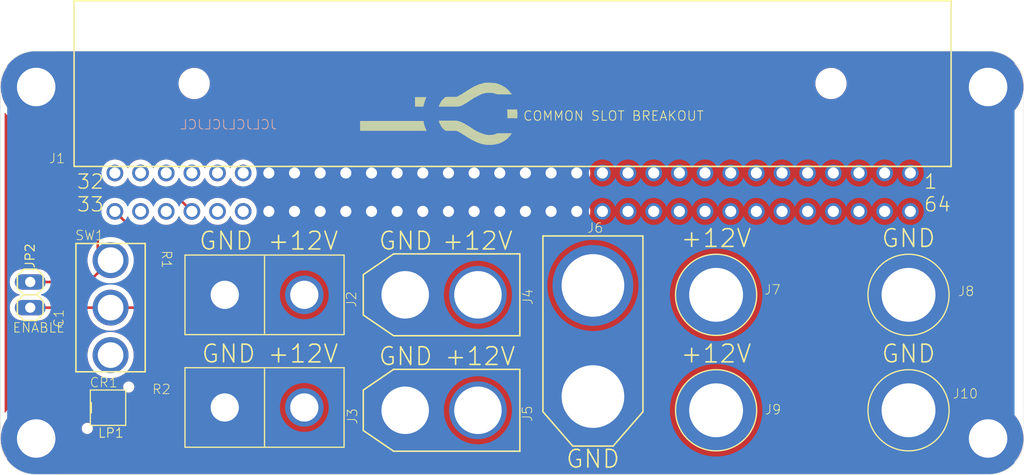
<source format=kicad_pcb>
(kicad_pcb (version 20240108) (generator "pcbnew") (generator_version "8.0")
  (layers (0 "F.Cu" signal) (31 "B.Cu" signal) (34 "B.Paste" user) (35 "F.Paste" user) (36 "B.SilkS" user "B.Silkscreen") (37 "F.SilkS" user "F.Silkscreen") (38 "B.Mask" user) (39 "F.Mask" user) (44 "Edge.Cuts" user))
  (net 0 "")
  (net 1 "GND")
  (net 2 "+12V")
  (net 3 "N$2")
  (net 4 "N$1")
  (net 5 "N$3")
  (net 6 "27")
  (net 7 "28")
  (net 8 "29")
  (net 9 "30")
  (net 10 "31")
  (net 11 "34")
  (net 12 "35")
  (net 13 "36")
  (net 14 "38")
  (net 15 "32")
  (net 16 "37")
  (footprint "Common_slot2:APP" (layer "F.Cu") (at 123.9901 108.1786 180)
    (property "Reference" "J2" (at -8.0518 0.4064 90) (layer "F.SilkS") (effects (font (size 0.941222 0.941222) (thickness 0.074778)) (justify right top)))
    (property "Value" "2PINANDERSON" (hide yes))
    (pad "P$1" thru_hole circle (at 3.937 0 180) (size 3.81 3.81) (drill 2.794) (layers "*.Cu" "*.Mask") (net 1 "GND"))
    (pad "P$2" thru_hole circle (at -3.937 0 180) (size 3.81 3.81) (drill 2.794) (layers "*.Cu" "*.Mask") (net 2 "+12V"))
  )
  (footprint "Common_slot2:XT60" (layer "F.Cu") (at 141.5161 119.6086 90)
    (property "Reference" "J5" (at -1.1938 9.0424 90) (layer "F.SilkS") (effects (font (size 0.941222 0.941222) (thickness 0.074778)) (justify left bottom)))
    (property "Value" "XT60" (hide yes))
    (pad "N" thru_hole circle (at 0 -3.6 90) (size 5.716 5.716) (drill 4.7) (layers "*.Cu" "*.Mask") (net 1 "GND"))
    (pad "P" thru_hole circle (at 0 3.6 90) (size 5.716 5.716) (drill 4.7) (layers "*.Cu" "*.Mask") (net 2 "+12V"))
  )
  (footprint "Common_slot2:100SP1T1B1M1QEH" (layer "F.Cu") (at 108.7501 109.4486 180)
    (property "Reference" "SW1" (at 3.556 6.604 0) (layer "F.SilkS") (effects (font (size 0.941222 0.941222) (thickness 0.074778)) (justify left bottom)))
    (property "Value" "100SP1T1B1M1QEH" (hide yes))
    (pad "1" thru_hole circle (at 0 -4.699 180) (size 3.556 3.556) (drill 2.54) (layers "*.Cu" "*.Mask"))
    (pad "2" thru_hole circle (at 0 4.699 180) (size 3.556 3.556) (drill 2.54) (layers "*.Cu" "*.Mask") (net 13 "36"))
    (pad "C" thru_hole circle (at 0 0 180) (size 3.556 3.556) (drill 2.54) (layers "*.Cu" "*.Mask") (net 5 "N$3"))
  )
  (footprint "Common_slot2:BANANA" (layer "F.Cu") (at 187.7441 119.6086)
    (property "Reference" "J10" (at 4.318 -1.0922 0) (layer "F.SilkS") (effects (font (size 0.941222 0.941222) (thickness 0.074778)) (justify left bottom)))
    (property "Value" "BANANA" (hide yes))
    (pad "P$1" thru_hole circle (at 0 0) (size 8.128 8.128) (drill 5.334) (layers "*.Cu" "*.Mask") (net 1 "GND"))
  )
  (footprint "Common_slot2:BANANA" (layer "F.Cu") (at 168.6941 108.1786)
    (property "Reference" "J7" (at 4.7244 0.0508 0) (layer "F.SilkS") (effects (font (size 0.941222 0.941222) (thickness 0.074778)) (justify left bottom)))
    (property "Value" "BANANA" (hide yes))
    (pad "P$1" thru_hole circle (at 0 0) (size 8.128 8.128) (drill 5.334) (layers "*.Cu" "*.Mask") (net 2 "+12V"))
  )
  (footprint "Common_slot2:0603" (layer "F.Cu") (at 113.5761 119.3546)
    (property "Reference" "R2" (at -0.762 -1.27 0) (layer "F.SilkS") (effects (font (size 0.941222 0.941222) (thickness 0.074778)) (justify left bottom)))
    (property "Value" "1k")
    (pad "1" smd rect (at -0.85 0) (size 1.1 1) (layers "F.Cu" "F.Paste" "F.Mask") (net 3 "N$2"))
    (pad "2" smd rect (at 0.85 0) (size 1.1 1) (layers "F.Cu" "F.Paste" "F.Mask") (net 2 "+12V"))
  )
  (footprint "Common_slot2:VLP-XXX-R" (layer "F.Cu") (at 108.4961 119.3546)
    (property "Reference" "LP1" (at -1.048 3.04 0) (layer "F.SilkS") (effects (font (size 0.922528 0.922528) (thickness 0.093472)) (justify left bottom)))
    (property "Value" "VLP-650-R" (hide yes))
    (pad "" np_thru_hole circle (at -2.05 2.05) (size 0.61 0.61) (drill 0.61) (layers "*.Cu" "*.Mask"))
    (pad "" np_thru_hole circle (at 2.05 -2.05) (size 0.61 0.61) (drill 0.61) (layers "*.Cu" "*.Mask"))
  )
  (footprint "Common_slot2:0603" (layer "F.Cu") (at 114.0841 106.9086 -90)
    (property "Reference" "R1" (at -1.27 -0.762 -90) (layer "F.SilkS") (effects (font (size 0.93472 0.93472) (thickness 0.08128)) (justify right top)))
    (property "Value" "sel")
    (pad "1" smd rect (at -0.85 0 270) (size 1.1 1) (layers "F.Cu" "F.Paste" "F.Mask") (net 4 "N$1"))
    (pad "2" smd rect (at 0.85 0 270) (size 1.1 1) (layers "F.Cu" "F.Paste" "F.Mask") (net 5 "N$3"))
  )
  (footprint "Common_slot2:0603" (layer "F.Cu") (at 103.6701 108.1786 90)
    (property "Reference" "C1" (at -3.302 0.508 90) (layer "F.SilkS") (effects (font (size 0.941222 0.941222) (thickness 0.074778)) (justify left bottom)))
    (property "Value" "sel")
    (pad "1" smd rect (at -0.85 0 90) (size 1.1 1) (layers "F.Cu" "F.Paste" "F.Mask") (net 5 "N$3"))
    (pad "2" smd rect (at 0.85 0 90) (size 1.1 1) (layers "F.Cu" "F.Paste" "F.Mask") (net 13 "36"))
  )
  (footprint "Common_slot2:0603_DIODE" (layer "F.Cu") (at 108.4961 119.3546 180)
    (property "Reference" "CR1" (at -1.016 3.048 0) (layer "F.SilkS") (effects (font (size 0.941222 0.941222) (thickness 0.074778)) (justify right top)))
    (property "Value" "RED")
    (pad "A" smd rect (at -0.85 0 180) (size 1.1 1) (layers "F.Cu" "F.Paste" "F.Mask") (net 3 "N$2"))
    (pad "K" smd rect (at 0.85 0 180) (size 1.1 1) (layers "F.Cu" "F.Paste" "F.Mask") (net 1 "GND"))
  )
  (footprint "Common_slot2:1X02_325" (layer "F.Cu") (at 100.7961 108.1786 90)
    (property "Reference" "JP2" (at 5.1562 -0.5512 90) (layer "F.SilkS") (effects (font (size 0.9017 0.9017) (thickness 0.1143)) (justify right top)))
    (property "Value" "")
    (pad "1" thru_hole oval (at -1.27 0 180) (size 3.048 1.524) (drill 1.016) (layers "*.Cu" "*.Mask") (net 5 "N$3"))
    (pad "2" thru_hole oval (at 1.27 0 180) (size 3.048 1.524) (drill 1.016) (layers "*.Cu" "*.Mask") (net 13 "36"))
  )
  (footprint "Common_slot2:BANANA" (layer "F.Cu") (at 168.6941 119.6086)
    (property "Reference" "J9" (at 4.7752 0.4826 0) (layer "F.SilkS") (effects (font (size 0.941222 0.941222) (thickness 0.074778)) (justify left bottom)))
    (property "Value" "BANANA" (hide yes))
    (pad "P$1" thru_hole circle (at 0 0) (size 8.128 8.128) (drill 5.334) (layers "*.Cu" "*.Mask") (net 2 "+12V"))
  )
  (footprint "Common_slot2:THIEF_KNOT" (layer "F.Cu") (at 132.6261 94.9706)
    (property "Reference" "U$1" (hide yes))
    (property "Value" "THIEF_FULL" (hide yes))
  )
  (footprint "Common_slot2:BANANA" (layer "F.Cu") (at 187.7441 108.1786)
    (property "Reference" "J8" (at 4.8514 0.2032 0) (layer "F.SilkS") (effects (font (size 0.941222 0.941222) (thickness 0.074778)) (justify left bottom)))
    (property "Value" "BANANA" (hide yes))
    (pad "P$1" thru_hole circle (at 0 0) (size 8.128 8.128) (drill 5.334) (layers "*.Cu" "*.Mask") (net 1 "GND"))
  )
  (footprint "Common_slot2:10053363-200LF" (layer "F.Cu") (at 148.5481 98.0186)
    (property "Reference" "J1" (at -44.2468 -2.794 0) (layer "F.SilkS") (effects (font (size 0.941222 0.941222) (thickness 0.074778)) (justify right bottom)))
    (property "Value" "10053363-200LF" (hide yes))
    (fp_text user "32\n33" (at -40.386 2.032 0) (layer "F.SilkS") (effects (font (size 1.40208 1.40208) (thickness 0.12192)) (justify right bottom)))
    (fp_text user "1\n64" (at 40.64 2.032 0) (layer "F.SilkS") (effects (font (size 1.40208 1.40208) (thickness 0.12192)) (justify left bottom)))
    (pad "" np_thru_hole circle (at -31.52 -10.76) (size 2.6 2.6) (drill 2.6) (layers "*.Cu" "*.Mask"))
    (pad "" np_thru_hole circle (at 31.52 -10.76) (size 2.6 2.6) (drill 2.6) (layers "*.Cu" "*.Mask"))
    (pad "1" thru_hole circle (at 39.37 -1.9) (size 1.65 1.65) (drill 1.1) (layers "*.Cu" "*.Mask") (net 2 "+12V"))
    (pad "2" thru_hole circle (at 36.83 -1.9) (size 1.65 1.65) (drill 1.1) (layers "*.Cu" "*.Mask") (net 2 "+12V"))
    (pad "3" thru_hole circle (at 34.29 -1.9) (size 1.65 1.65) (drill 1.1) (layers "*.Cu" "*.Mask") (net 2 "+12V"))
    (pad "4" thru_hole circle (at 31.75 -1.9) (size 1.65 1.65) (drill 1.1) (layers "*.Cu" "*.Mask") (net 2 "+12V"))
    (pad "5" thru_hole circle (at 29.21 -1.9) (size 1.65 1.65) (drill 1.1) (layers "*.Cu" "*.Mask") (net 2 "+12V"))
    (pad "6" thru_hole circle (at 26.67 -1.9) (size 1.65 1.65) (drill 1.1) (layers "*.Cu" "*.Mask") (net 2 "+12V"))
    (pad "7" thru_hole circle (at 24.13 -1.9) (size 1.65 1.65) (drill 1.1) (layers "*.Cu" "*.Mask") (net 2 "+12V"))
    (pad "8" thru_hole circle (at 21.59 -1.9) (size 1.65 1.65) (drill 1.1) (layers "*.Cu" "*.Mask") (net 2 "+12V"))
    (pad "9" thru_hole circle (at 19.05 -1.9) (size 1.65 1.65) (drill 1.1) (layers "*.Cu" "*.Mask") (net 2 "+12V"))
    (pad "10" thru_hole circle (at 16.51 -1.9) (size 1.65 1.65) (drill 1.1) (layers "*.Cu" "*.Mask") (net 2 "+12V"))
    (pad "11" thru_hole circle (at 13.97 -1.9) (size 1.65 1.65) (drill 1.1) (layers "*.Cu" "*.Mask") (net 2 "+12V"))
    (pad "12" thru_hole circle (at 11.43 -1.9) (size 1.65 1.65) (drill 1.1) (layers "*.Cu" "*.Mask") (net 2 "+12V"))
    (pad "13" thru_hole circle (at 8.89 -1.9) (size 1.65 1.65) (drill 1.1) (layers "*.Cu" "*.Mask") (net 2 "+12V"))
    (pad "14" thru_hole circle (at 6.35 -1.9) (size 1.65 1.65) (drill 1.1) (layers "*.Cu" "*.Mask") (net 1 "GND"))
    (pad "15" thru_hole circle (at 3.81 -1.9) (size 1.65 1.65) (drill 1.1) (layers "*.Cu" "*.Mask") (net 1 "GND"))
    (pad "16" thru_hole circle (at 1.27 -1.9) (size 1.65 1.65) (drill 1.1) (layers "*.Cu" "*.Mask") (net 1 "GND"))
    (pad "17" thru_hole circle (at -1.27 -1.9) (size 1.65 1.65) (drill 1.1) (layers "*.Cu" "*.Mask") (net 1 "GND"))
    (pad "18" thru_hole circle (at -3.81 -1.9) (size 1.65 1.65) (drill 1.1) (layers "*.Cu" "*.Mask") (net 1 "GND"))
    (pad "19" thru_hole circle (at -6.35 -1.9) (size 1.65 1.65) (drill 1.1) (layers "*.Cu" "*.Mask") (net 1 "GND"))
    (pad "20" thru_hole circle (at -8.89 -1.9) (size 1.65 1.65) (drill 1.1) (layers "*.Cu" "*.Mask") (net 1 "GND"))
    (pad "21" thru_hole circle (at -11.43 -1.9) (size 1.65 1.65) (drill 1.1) (layers "*.Cu" "*.Mask") (net 1 "GND"))
    (pad "22" thru_hole circle (at -13.97 -1.9) (size 1.65 1.65) (drill 1.1) (layers "*.Cu" "*.Mask") (net 1 "GND"))
    (pad "23" thru_hole circle (at -16.51 -1.9) (size 1.65 1.65) (drill 1.1) (layers "*.Cu" "*.Mask") (net 1 "GND"))
    (pad "24" thru_hole circle (at -19.05 -1.9) (size 1.65 1.65) (drill 1.1) (layers "*.Cu" "*.Mask") (net 1 "GND"))
    (pad "25" thru_hole circle (at -21.59 -1.9) (size 1.65 1.65) (drill 1.1) (layers "*.Cu" "*.Mask") (net 1 "GND"))
    (pad "26" thru_hole circle (at -24.13 -1.9) (size 1.65 1.65) (drill 1.1) (layers "*.Cu" "*.Mask") (net 1 "GND"))
    (pad "27" thru_hole circle (at -26.67 -1.9) (size 1.65 1.65) (drill 1.1) (layers "*.Cu" "*.Mask") (net 6 "27"))
    (pad "28" thru_hole circle (at -29.21 -1.9) (size 1.65 1.65) (drill 1.1) (layers "*.Cu" "*.Mask") (net 7 "28"))
    (pad "29" thru_hole circle (at -31.75 -1.9) (size 1.65 1.65) (drill 1.1) (layers "*.Cu" "*.Mask") (net 8 "29"))
    (pad "30" thru_hole circle (at -34.29 -1.9) (size 1.65 1.65) (drill 1.1) (layers "*.Cu" "*.Mask") (net 9 "30"))
    (pad "31" thru_hole circle (at -36.83 -1.9) (size 1.65 1.65) (drill 1.1) (layers "*.Cu" "*.Mask") (net 10 "31"))
    (pad "32" thru_hole circle (at -39.37 -1.9) (size 1.65 1.65) (drill 1.1) (layers "*.Cu" "*.Mask") (net 15 "32"))
    (pad "33" thru_hole circle (at -39.37 1.9) (size 1.65 1.65) (drill 1.1) (layers "*.Cu" "*.Mask") (net 4 "N$1"))
    (pad "34" thru_hole circle (at -36.83 1.9) (size 1.65 1.65) (drill 1.1) (layers "*.Cu" "*.Mask") (net 11 "34"))
    (pad "35" thru_hole circle (at -34.29 1.9) (size 1.65 1.65) (drill 1.1) (layers "*.Cu" "*.Mask") (net 12 "35"))
    (pad "36" thru_hole circle (at -31.75 1.9) (size 1.65 1.65) (drill 1.1) (layers "*.Cu" "*.Mask") (net 13 "36"))
    (pad "37" thru_hole circle (at -29.21 1.9) (size 1.65 1.65) (drill 1.1) (layers "*.Cu" "*.Mask") (net 16 "37"))
    (pad "38" thru_hole circle (at -26.67 1.9) (size 1.65 1.65) (drill 1.1) (layers "*.Cu" "*.Mask") (net 14 "38"))
    (pad "39" thru_hole circle (at -24.13 1.9) (size 1.65 1.65) (drill 1.1) (layers "*.Cu" "*.Mask") (net 1 "GND"))
    (pad "40" thru_hole circle (at -21.59 1.9) (size 1.65 1.65) (drill 1.1) (layers "*.Cu" "*.Mask") (net 1 "GND"))
    (pad "41" thru_hole circle (at -19.05 1.9) (size 1.65 1.65) (drill 1.1) (layers "*.Cu" "*.Mask") (net 1 "GND"))
    (pad "42" thru_hole circle (at -16.51 1.9) (size 1.65 1.65) (drill 1.1) (layers "*.Cu" "*.Mask") (net 1 "GND"))
    (pad "43" thru_hole circle (at -13.97 1.9) (size 1.65 1.65) (drill 1.1) (layers "*.Cu" "*.Mask") (net 1 "GND"))
    (pad "44" thru_hole circle (at -11.43 1.9) (size 1.65 1.65) (drill 1.1) (layers "*.Cu" "*.Mask") (net 1 "GND"))
    (pad "45" thru_hole circle (at -8.89 1.9) (size 1.65 1.65) (drill 1.1) (layers "*.Cu" "*.Mask") (net 1 "GND"))
    (pad "46" thru_hole circle (at -6.35 1.9) (size 1.65 1.65) (drill 1.1) (layers "*.Cu" "*.Mask") (net 1 "GND"))
    (pad "47" thru_hole circle (at -3.81 1.9) (size 1.65 1.65) (drill 1.1) (layers "*.Cu" "*.Mask") (net 1 "GND"))
    (pad "48" thru_hole circle (at -1.27 1.9) (size 1.65 1.65) (drill 1.1) (layers "*.Cu" "*.Mask") (net 1 "GND"))
    (pad "49" thru_hole circle (at 1.27 1.9) (size 1.65 1.65) (drill 1.1) (layers "*.Cu" "*.Mask") (net 1 "GND"))
    (pad "50" thru_hole circle (at 3.81 1.9) (size 1.65 1.65) (drill 1.1) (layers "*.Cu" "*.Mask") (net 1 "GND"))
    (pad "51" thru_hole circle (at 6.35 1.9) (size 1.65 1.65) (drill 1.1) (layers "*.Cu" "*.Mask") (net 1 "GND"))
    (pad "52" thru_hole circle (at 8.89 1.9) (size 1.65 1.65) (drill 1.1) (layers "*.Cu" "*.Mask") (net 2 "+12V"))
    (pad "53" thru_hole circle (at 11.43 1.9) (size 1.65 1.65) (drill 1.1) (layers "*.Cu" "*.Mask") (net 2 "+12V"))
    (pad "54" thru_hole circle (at 13.97 1.9) (size 1.65 1.65) (drill 1.1) (layers "*.Cu" "*.Mask") (net 2 "+12V"))
    (pad "55" thru_hole circle (at 16.51 1.9) (size 1.65 1.65) (drill 1.1) (layers "*.Cu" "*.Mask") (net 2 "+12V"))
    (pad "56" thru_hole circle (at 19.05 1.9) (size 1.65 1.65) (drill 1.1) (layers "*.Cu" "*.Mask") (net 2 "+12V"))
    (pad "57" thru_hole circle (at 21.59 1.9) (size 1.65 1.65) (drill 1.1) (layers "*.Cu" "*.Mask") (net 2 "+12V"))
    (pad "58" thru_hole circle (at 24.13 1.9) (size 1.65 1.65) (drill 1.1) (layers "*.Cu" "*.Mask") (net 2 "+12V"))
    (pad "59" thru_hole circle (at 26.67 1.9) (size 1.65 1.65) (drill 1.1) (layers "*.Cu" "*.Mask") (net 2 "+12V"))
    (pad "60" thru_hole circle (at 29.21 1.9) (size 1.65 1.65) (drill 1.1) (layers "*.Cu" "*.Mask") (net 2 "+12V"))
    (pad "61" thru_hole circle (at 31.75 1.9) (size 1.65 1.65) (drill 1.1) (layers "*.Cu" "*.Mask") (net 2 "+12V"))
    (pad "62" thru_hole circle (at 34.29 1.9) (size 1.65 1.65) (drill 1.1) (layers "*.Cu" "*.Mask") (net 2 "+12V"))
    (pad "63" thru_hole circle (at 36.83 1.9) (size 1.65 1.65) (drill 1.1) (layers "*.Cu" "*.Mask") (net 2 "+12V"))
    (pad "64" thru_hole circle (at 39.37 1.9) (size 1.65 1.65) (drill 1.1) (layers "*.Cu" "*.Mask") (net 2 "+12V"))
  )
  (footprint "Common_slot2:XT60" (layer "F.Cu") (at 141.5161 108.1786 90)
    (property "Reference" "J4" (at -1.0668 9.0932 90) (layer "F.SilkS") (effects (font (size 0.941222 0.941222) (thickness 0.074778)) (justify left bottom)))
    (property "Value" "XT60" (hide yes))
    (pad "N" thru_hole circle (at 0 -3.6 90) (size 5.716 5.716) (drill 4.7) (layers "*.Cu" "*.Mask") (net 1 "GND"))
    (pad "P" thru_hole circle (at 0 3.6 90) (size 5.716 5.716) (drill 4.7) (layers "*.Cu" "*.Mask") (net 2 "+12V"))
  )
  (footprint "Common_slot2:APP" (layer "F.Cu") (at 123.9901 119.3292 180)
    (property "Reference" "J3" (at -8.1534 -0.0254 90) (layer "F.SilkS") (effects (font (size 0.941222 0.941222) (thickness 0.074778)) (justify right top)))
    (property "Value" "2PINANDERSON" (hide yes))
    (pad "P$1" thru_hole circle (at 3.937 0 180) (size 3.81 3.81) (drill 2.794) (layers "*.Cu" "*.Mask") (net 1 "GND"))
    (pad "P$2" thru_hole circle (at -3.937 0 180) (size 3.81 3.81) (drill 2.794) (layers "*.Cu" "*.Mask") (net 2 "+12V"))
  )
  (footprint "Common_slot2:XT90" (layer "F.Cu") (at 156.5021 112.7506 180)
    (property "Reference" "J6" (at 0.635 10.6426 0) (layer "F.SilkS") (effects (font (size 0.941222 0.941222) (thickness 0.074778)) (justify left bottom)))
    (property "Value" "XT90" (hide yes))
    (pad "N" thru_hole circle (at 0 -5.5 180) (size 8 8) (drill 6.2) (layers "*.Cu" "*.Mask") (net 1 "GND"))
    (pad "P" thru_hole circle (at 0 5.5 180) (size 8 8) (drill 6.2) (layers "*.Cu" "*.Mask") (net 2 "+12V"))
  )
  (gr_line (start 195.6816 84.0486) (end 101.3206 84.0486) (stroke (width 0.05)) (layer "Edge.Cuts"))
  (gr_line (start 101.3206 125.9586) (end 195.6816 125.9586) (stroke (width 0.05)) (layer "Edge.Cuts"))
  (gr_line (start 199.1741 122.4661) (end 199.1741 87.5411) (stroke (width 0.05)) (layer "Edge.Cuts"))
  (gr_arc (start 195.6816 84.0486) (mid 198.15117 85.07153) (end 199.1741 87.5411) (stroke (width 0.05)) (layer "Edge.Cuts"))
  (gr_line (start 97.8281 87.5411) (end 97.8281 122.4661) (stroke (width 0.05)) (layer "Edge.Cuts"))
  (gr_arc (start 101.3206 125.9586) (mid 98.85103 124.93567) (end 97.8281 122.4661) (stroke (width 0.05)) (layer "Edge.Cuts"))
  (gr_arc (start 97.8281 87.5411) (mid 98.85103 85.07153) (end 101.3206 84.0486) (stroke (width 0.05)) (layer "Edge.Cuts"))
  (gr_arc (start 199.1741 122.4661) (mid 198.15117 124.93567) (end 195.6816 125.9586) (stroke (width 0.05)) (layer "Edge.Cuts"))
  (gr_text "JCLJCLJCLJCL" (at 120.4341 91.8718 0) (layer "B.SilkS") (effects (font (size 0.93472 0.93472) (thickness 0.08128)) (justify bottom mirror)))
  (gr_text "COMMON SLOT BREAKOUT" (at 158.5341 91.015515 0) (layer "F.SilkS") (effects (font (size 0.93472 0.93472) (thickness 0.08128)) (justify bottom)))
  (gr_text "GND" (at 137.9601 103.8606 0) (layer "F.SilkS") (effects (font (size 1.7526 1.7526) (thickness 0.1524)) (justify bottom)))
  (gr_text "+12V" (at 168.6941 103.6066 0) (layer "F.SilkS") (effects (font (size 1.7526 1.7526) (thickness 0.1524)) (justify bottom)))
  (gr_text "GND" (at 156.5021 125.4506 0) (layer "F.SilkS") (effects (font (size 1.7526 1.7526) (thickness 0.1524)) (justify bottom)))
  (gr_text "GND" (at 120.4341 115.0366 0) (layer "F.SilkS") (effects (font (size 1.7526 1.7526) (thickness 0.1524)) (justify bottom)))
  (gr_text "ENABLE" (at 101.6381 111.9886 0) (layer "F.SilkS") (effects (font (size 0.93472 0.93472) (thickness 0.08128)) (justify bottom)))
  (gr_text "+12V" (at 168.6941 115.0366 0) (layer "F.SilkS") (effects (font (size 1.7526 1.7526) (thickness 0.1524)) (justify bottom)))
  (gr_text "GND" (at 187.7441 115.0366 0) (layer "F.SilkS") (effects (font (size 1.7526 1.7526) (thickness 0.1524)) (justify bottom)))
  (gr_text "+12V" (at 145.0721 103.8606 0) (layer "F.SilkS") (effects (font (size 1.7526 1.7526) (thickness 0.1524)) (justify bottom)))
  (gr_text "+12V" (at 145.3261 115.2906 0) (layer "F.SilkS") (effects (font (size 1.7526 1.7526) (thickness 0.1524)) (justify bottom)))
  (gr_text "GND" (at 120.1801 103.8606 0) (layer "F.SilkS") (effects (font (size 1.7526 1.7526) (thickness 0.1524)) (justify bottom)))
  (gr_text "+12V" (at 127.8001 103.8606 0) (layer "F.SilkS") (effects (font (size 1.7526 1.7526) (thickness 0.1524)) (justify bottom)))
  (gr_text "GND" (at 187.7441 103.6066 0) (layer "F.SilkS") (effects (font (size 1.7526 1.7526) (thickness 0.1524)) (justify bottom)))
  (gr_text "+12V" (at 127.8001 115.0366 0) (layer "F.SilkS") (effects (font (size 1.7526 1.7526) (thickness 0.1524)) (justify bottom)))
  (gr_text "GND" (at 137.9601 115.2906 0) (layer "F.SilkS") (effects (font (size 1.7526 1.7526) (thickness 0.1524)) (justify bottom)))
  (segment (start 104.4321 119.3546) (end 101.3841 122.4026) (width 0.254) (layer "F.Cu") (net 1))
  (segment (start 107.6461 119.3546) (end 104.4321 119.3546) (width 0.254) (layer "F.Cu") (net 1))
  (via (at 195.6181 122.4026) (size 6.985) (drill 3.81) (layers "F.Cu" "B.Cu") (net 1))
  (via (at 101.3841 87.6046) (size 6.985) (drill 3.81) (layers "F.Cu" "B.Cu") (net 1))
  (via (at 101.3841 122.4026) (size 6.985) (drill 3.81) (layers "F.Cu" "B.Cu") (net 1))
  (via (at 195.6181 87.6046) (size 6.985) (drill 3.81) (layers "F.Cu" "B.Cu") (net 1))
  (segment (start 112.7261 119.3546) (end 109.3461 119.3546) (width 0.254) (layer "F.Cu") (net 3))
  (segment (start 112.8141 102.3366) (end 111.5961 102.3366) (width 0.254) (layer "F.Cu") (net 4))
  (segment (start 111.5961 102.3366) (end 109.1781 99.9186) (width 0.254) (layer "F.Cu") (net 4))
  (segment (start 114.0841 103.6066) (end 112.8141 102.3366) (width 0.254) (layer "F.Cu") (net 4))
  (segment (start 114.0841 106.0586) (end 114.0841 103.6066) (width 0.254) (layer "F.Cu") (net 4))
  (segment (start 108.7501 109.4486) (end 111.2901 109.4486) (width 0.254) (layer "F.Cu") (net 5))
  (segment (start 103.6701 109.0286) (end 103.6701 109.4486) (width 0.254) (layer "F.Cu") (net 5))
  (segment (start 103.6701 109.4486) (end 100.7961 109.4486) (width 0.254) (layer "F.Cu") (net 5))
  (segment (start 112.9801 107.7586) (end 114.0841 107.7586) (width 0.254) (layer "F.Cu") (net 5))
  (segment (start 108.7501 109.4486) (end 103.6701 109.4486) (width 0.254) (layer "F.Cu") (net 5))
  (segment (start 111.2901 109.4486) (end 112.9801 107.7586) (width 0.254) (layer "F.Cu") (net 5))
  (segment (start 114.1349 107.8094) (end 114.0841 107.7586) (width 0.254) (layer "F.Cu") (net 5))
  (segment (start 100.7961 106.9086) (end 103.2501 106.9086) (width 0.254) (layer "F.Cu") (net 13))
  (segment (start 106.1711 107.3286) (end 108.6866 104.8131) (width 0.254) (layer "F.Cu") (net 13))
  (segment (start 107.9881 98.2726) (end 107.4801 98.7806) (width 0.254) (layer "F.Cu") (net 13))
  (segment (start 108.6866 104.8131) (end 108.7501 104.7496) (width 0.254) (layer "F.Cu") (net 13))
  (segment (start 107.4801 98.7806) (end 107.4801 103.6066) (width 0.254) (layer "F.Cu") (net 13))
  (segment (start 115.1521 98.2726) (end 107.9881 98.2726) (width 0.254) (layer "F.Cu") (net 13))
  (segment (start 107.4801 103.6066) (end 108.6866 104.8131) (width 0.254) (layer "F.Cu") (net 13))
  (segment (start 116.7981 99.9186) (end 115.1521 98.2726) (width 0.254) (layer "F.Cu") (net 13))
  (segment (start 103.6701 107.3286) (end 106.1711 107.3286) (width 0.254) (layer "F.Cu") (net 13))
  (segment (start 103.2501 106.9086) (end 103.6701 107.3286) (width 0.254) (layer "F.Cu") (net 13))
  (zone (net 2) (net_name "+12V") (layer "F.Cu") (priority 6) (connect_pads yes (clearance 0.508)) (min_thickness 0.0762) (fill yes (thermal_gap 0.5) (thermal_bridge_width 0.5))
    (polygon (pts (xy 198.2343 126.0348) (xy 98.2599 126.0348) (xy 98.2599 83.9724) (xy 198.2343 83.9724)))
  )
  (zone (net 1) (net_name "GND") (layer "B.Cu") (priority 6) (connect_pads yes (clearance 0.508)) (min_thickness 0.0762) (fill yes (thermal_gap 0.5) (thermal_bridge_width 0.5))
    (polygon (pts (xy 198.2343 126.0348) (xy 98.5139 126.0348) (xy 98.5139 83.9724) (xy 198.2343 83.9724)))
  )
)
</source>
